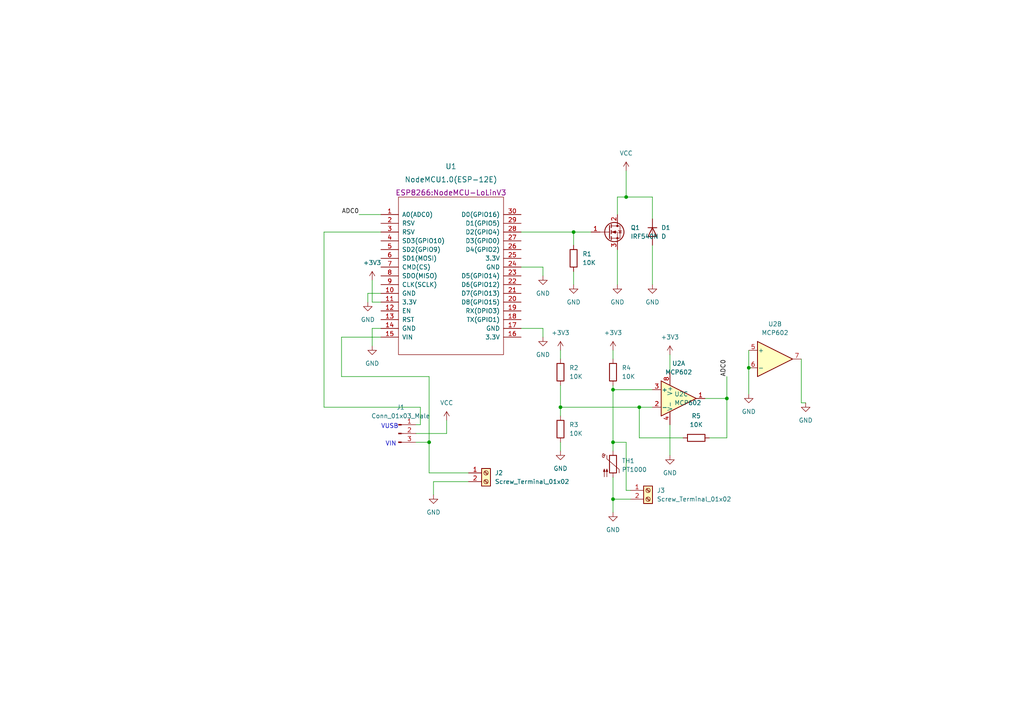
<source format=kicad_sch>
(kicad_sch (version 20211123) (generator eeschema)
  (paper "A4")
  (lib_symbols
    (symbol "Amplifier_Operational:MCP602" (pin_names (offset 0.127))
      (property "Reference" "U" (at 0 5.08 0))
      (property "Value" "MCP602" (at 0 -5.08 0))
      (symbol "MCP602_1_1"
        (polyline (pts (xy -5.08 5.08) (xy 5.08 0) (xy -5.08 -5.08) (xy -5.08 5.08)) (stroke (width 0.254)) (fill (type background)))
        (pin output line (at 7.62 0 180) (length 2.54) (name "~") (number "1"))
        (pin input line (at -7.62 -2.54 0) (length 2.54) (name "-") (number "2"))
        (pin input line (at -7.62 2.54 0) (length 2.54) (name "+") (number "3"))
      )
      (symbol "MCP602_2_1"
        (polyline (pts (xy -5.08 5.08) (xy 5.08 0) (xy -5.08 -5.08) (xy -5.08 5.08)) (stroke (width 0.254)) (fill (type background)))
        (pin input line (at -7.62 2.54 0) (length 2.54) (name "+") (number "5"))
        (pin input line (at -7.62 -2.54 0) (length 2.54) (name "-") (number "6"))
        (pin output line (at 7.62 0 180) (length 2.54) (name "~") (number "7"))
      )
      (symbol "MCP602_3_1"
        (pin power_in line (at -2.54 -7.62 90) (length 3.81) (name "V-") (number "4"))
        (pin power_in line (at -2.54 7.62 270) (length 3.81) (name "V+") (number "8"))
      )
    )
    (symbol "Connector:Conn_01x03_Male" (pin_names (offset 1.016) hide)
      (property "Reference" "J" (at 0 5.08 0))
      (property "Value" "Conn_01x03_Male" (at 0 -5.08 0))
      (symbol "Conn_01x03_Male_1_1"
        (polyline (pts (xy 1.27 -2.54) (xy 0.8636 -2.54)) (stroke (width 0.1524)))
        (polyline (pts (xy 1.27 0) (xy 0.8636 0)) (stroke (width 0.1524)))
        (polyline (pts (xy 1.27 2.54) (xy 0.8636 2.54)) (stroke (width 0.1524)))
        (rectangle (start 0.8636 -2.413) (end 0 -2.667) (stroke (width 0.1524)) (fill (type outline)))
        (rectangle (start 0.8636 0.127) (end 0 -0.127) (stroke (width 0.1524)) (fill (type outline)))
        (rectangle (start 0.8636 2.667) (end 0 2.413) (stroke (width 0.1524)) (fill (type outline)))
        (pin passive line (at 5.08 2.54 180) (length 3.81) (name "Pin_1") (number "1"))
        (pin passive line (at 5.08 0 180) (length 3.81) (name "Pin_2") (number "2"))
        (pin passive line (at 5.08 -2.54 180) (length 3.81) (name "Pin_3") (number "3"))
      )
    )
    (symbol "Connector:Screw_Terminal_01x02" (pin_names (offset 1.016) hide)
      (property "Reference" "J" (at 0 2.54 0))
      (property "Value" "Screw_Terminal_01x02" (at 0 -5.08 0))
      (symbol "Screw_Terminal_01x02_1_1"
        (rectangle (start -1.27 1.27) (end 1.27 -3.81) (stroke (width 0.254)) (fill (type background)))
        (circle (center 0 -2.54) (radius 0.635) (stroke (width 0.1524)))
        (polyline (pts (xy -0.5334 -2.2098) (xy 0.3302 -3.048)) (stroke (width 0.1524)))
        (polyline (pts (xy -0.5334 0.3302) (xy 0.3302 -0.508)) (stroke (width 0.1524)))
        (polyline (pts (xy -0.3556 -2.032) (xy 0.508 -2.8702)) (stroke (width 0.1524)))
        (polyline (pts (xy -0.3556 0.508) (xy 0.508 -0.3302)) (stroke (width 0.1524)))
        (circle (center 0 0) (radius 0.635) (stroke (width 0.1524)))
        (pin passive line (at -5.08 0 0) (length 3.81) (name "Pin_1") (number "1"))
        (pin passive line (at -5.08 -2.54 0) (length 3.81) (name "Pin_2") (number "2"))
      )
    )
    (symbol "Device:D" (pin_numbers hide) (pin_names (offset 1.016) hide)
      (property "Reference" "D" (at 0 2.54 0))
      (property "Value" "D" (at 0 -2.54 0))
      (symbol "D_0_1"
        (polyline (pts (xy -1.27 1.27) (xy -1.27 -1.27)) (stroke (width 0.254)))
        (polyline (pts (xy 1.27 0) (xy -1.27 0)))
        (polyline (pts (xy 1.27 1.27) (xy 1.27 -1.27) (xy -1.27 0) (xy 1.27 1.27)) (stroke (width 0.254)))
      )
      (symbol "D_1_1"
        (pin passive line (at -3.81 0 0) (length 2.54) (name "K") (number "1"))
        (pin passive line (at 3.81 0 180) (length 2.54) (name "A") (number "2"))
      )
    )
    (symbol "Device:R" (pin_numbers hide) (pin_names (offset 0))
      (property "Reference" "R" (at 2.032 0 90))
      (property "Value" "R" (at 0 0 90))
      (symbol "R_0_1"
        (rectangle (start -1.016 -2.54) (end 1.016 2.54) (stroke (width 0.254)))
      )
      (symbol "R_1_1"
        (pin passive line (at 0 3.81 270) (length 1.27) (name "~") (number "1"))
        (pin passive line (at 0 -3.81 90) (length 1.27) (name "~") (number "2"))
      )
    )
    (symbol "ESP8266:NodeMCU1.0(ESP-12E)" (pin_names (offset 1.016))
      (property "Reference" "U" (at 0 21.59 0))
      (property "Value" "NodeMCU1.0(ESP-12E)" (at 0 -21.59 0))
      (symbol "NodeMCU1.0(ESP-12E)_0_1"
        (rectangle (start -15.24 -22.86) (end 15.24 22.86))
      )
      (symbol "NodeMCU1.0(ESP-12E)_1_1"
        (pin input line (at -20.32 17.78 0) (length 5.08) (name "A0(ADC0)") (number "1"))
        (pin input line (at -20.32 -5.08 0) (length 5.08) (name "GND") (number "10"))
        (pin input line (at -20.32 -7.62 0) (length 5.08) (name "3.3V") (number "11"))
        (pin input line (at -20.32 -10.16 0) (length 5.08) (name "EN") (number "12"))
        (pin input line (at -20.32 -12.7 0) (length 5.08) (name "RST") (number "13"))
        (pin input line (at -20.32 -15.24 0) (length 5.08) (name "GND") (number "14"))
        (pin input line (at -20.32 -17.78 0) (length 5.08) (name "VIN") (number "15"))
        (pin input line (at 20.32 -17.78 180) (length 5.08) (name "3.3V") (number "16"))
        (pin input line (at 20.32 -15.24 180) (length 5.08) (name "GND") (number "17"))
        (pin input line (at 20.32 -12.7 180) (length 5.08) (name "TX(GPIO1)") (number "18"))
        (pin input line (at 20.32 -10.16 180) (length 5.08) (name "RX(DPIO3)") (number "19"))
        (pin input line (at -20.32 15.24 0) (length 5.08) (name "RSV") (number "2"))
        (pin input line (at 20.32 -7.62 180) (length 5.08) (name "D8(GPIO15)") (number "20"))
        (pin input line (at 20.32 -5.08 180) (length 5.08) (name "D7(GPIO13)") (number "21"))
        (pin input line (at 20.32 -2.54 180) (length 5.08) (name "D6(GPIO12)") (number "22"))
        (pin input line (at 20.32 0 180) (length 5.08) (name "D5(GPIO14)") (number "23"))
        (pin input line (at 20.32 2.54 180) (length 5.08) (name "GND") (number "24"))
        (pin input line (at 20.32 5.08 180) (length 5.08) (name "3.3V") (number "25"))
        (pin input line (at 20.32 7.62 180) (length 5.08) (name "D4(GPIO2)") (number "26"))
        (pin input line (at 20.32 10.16 180) (length 5.08) (name "D3(GPIO0)") (number "27"))
        (pin input line (at 20.32 12.7 180) (length 5.08) (name "D2(GPIO4)") (number "28"))
        (pin input line (at 20.32 15.24 180) (length 5.08) (name "D1(GPIO5)") (number "29"))
        (pin input line (at -20.32 12.7 0) (length 5.08) (name "RSV") (number "3"))
        (pin input line (at 20.32 17.78 180) (length 5.08) (name "D0(GPIO16)") (number "30"))
        (pin input line (at -20.32 10.16 0) (length 5.08) (name "SD3(GPIO10)") (number "4"))
        (pin input line (at -20.32 7.62 0) (length 5.08) (name "SD2(GPIO9)") (number "5"))
        (pin input line (at -20.32 5.08 0) (length 5.08) (name "SD1(MOSI)") (number "6"))
        (pin input line (at -20.32 2.54 0) (length 5.08) (name "CMD(CS)") (number "7"))
        (pin input line (at -20.32 0 0) (length 5.08) (name "SDO(MISO)") (number "8"))
        (pin input line (at -20.32 -2.54 0) (length 5.08) (name "CLK(SCLK)") (number "9"))
      )
    )
    (symbol "Sensor_Temperature:PT1000" (pin_numbers hide) (pin_names (offset 0))
      (property "Reference" "TH" (at -4.445 0 90))
      (property "Value" "PT1000" (at 3.175 0 90))
      (symbol "PT1000_0_1"
        (arc (start -3.048 2.159) (mid -3.0495 2.3143) (end -3.175 2.413))
        (arc (start -3.048 2.159) (mid -2.9736 1.9794) (end -2.794 1.905))
        (arc (start -3.048 2.794) (mid -2.9736 2.6144) (end -2.794 2.54))
        (arc (start -2.794 1.905) (mid -2.6144 1.9794) (end -2.54 2.159))
        (arc (start -2.794 2.54) (mid -2.4393 2.5587) (end -2.159 2.794))
        (arc (start -2.794 3.048) (mid -2.9736 2.9736) (end -3.048 2.794))
        (arc (start -2.54 2.794) (mid -2.6144 2.9736) (end -2.794 3.048))
        (rectangle (start -1.016 2.54) (end 1.016 -2.54) (stroke (width 0.254)))
        (polyline (pts (xy -2.54 2.159) (xy -2.54 2.794)))
        (polyline (pts (xy -1.778 2.54) (xy -1.778 1.524) (xy 1.778 -1.524) (xy 1.778 -2.54)))
        (polyline (pts (xy -2.54 -3.683) (xy -2.54 -1.397) (xy -2.794 -2.159) (xy -2.286 -2.159) (xy -2.54 -1.397) (xy -2.54 -1.651)) (fill (type outline)))
        (polyline (pts (xy -1.778 -3.683) (xy -1.778 -1.397) (xy -2.032 -2.159) (xy -1.524 -2.159) (xy -1.778 -1.397) (xy -1.778 -1.651)) (fill (type outline)))
      )
      (symbol "PT1000_1_1"
        (pin passive line (at 0 3.81 270) (length 1.27) (name "~") (number "1"))
        (pin passive line (at 0 -3.81 90) (length 1.27) (name "~") (number "2"))
      )
    )
    (symbol "Transistor_FET:IRF540N" (pin_names hide)
      (property "Reference" "Q" (at 6.35 1.905 0))
      (property "Value" "IRF540N" (at 6.35 0 0))
      (symbol "IRF540N_0_1"
        (polyline (pts (xy 0.254 0) (xy -2.54 0)))
        (polyline (pts (xy 0.254 1.905) (xy 0.254 -1.905)) (stroke (width 0.254)))
        (polyline (pts (xy 0.762 -1.27) (xy 0.762 -2.286)) (stroke (width 0.254)))
        (polyline (pts (xy 0.762 0.508) (xy 0.762 -0.508)) (stroke (width 0.254)))
        (polyline (pts (xy 0.762 2.286) (xy 0.762 1.27)) (stroke (width 0.254)))
        (polyline (pts (xy 2.54 2.54) (xy 2.54 1.778)))
        (polyline (pts (xy 2.54 -2.54) (xy 2.54 0) (xy 0.762 0)))
        (polyline (pts (xy 0.762 -1.778) (xy 3.302 -1.778) (xy 3.302 1.778) (xy 0.762 1.778)))
        (polyline (pts (xy 1.016 0) (xy 2.032 0.381) (xy 2.032 -0.381) (xy 1.016 0)) (fill (type outline)))
        (polyline (pts (xy 2.794 0.508) (xy 2.921 0.381) (xy 3.683 0.381) (xy 3.81 0.254)))
        (polyline (pts (xy 3.302 0.381) (xy 2.921 -0.254) (xy 3.683 -0.254) (xy 3.302 0.381)))
        (circle (center 1.651 0) (radius 2.794) (stroke (width 0.254)))
        (circle (center 2.54 -1.778) (radius 0.254) (fill (type outline)))
        (circle (center 2.54 1.778) (radius 0.254) (fill (type outline)))
      )
      (symbol "IRF540N_1_1"
        (pin input line (at -5.08 0 0) (length 2.54) (name "G") (number "1"))
        (pin passive line (at 2.54 5.08 270) (length 2.54) (name "D") (number "2"))
        (pin passive line (at 2.54 -5.08 90) (length 2.54) (name "S") (number "3"))
      )
    )
    (symbol "power:+3V3" (power) (pin_names (offset 0))
      (property "Value" "+3V3" (at 0 3.556 0))
      (symbol "+3V3_0_1"
        (polyline (pts (xy -0.762 1.27) (xy 0 2.54)))
        (polyline (pts (xy 0 0) (xy 0 2.54)))
        (polyline (pts (xy 0 2.54) (xy 0.762 1.27)))
      )
      (symbol "+3V3_1_1"
        (pin power_in line (at 0 0 90) (length 0) hide (name "+3V3") (number "1"))
      )
    )
    (symbol "power:GND" (power) (pin_names (offset 0))
      (property "Value" "GND" (at 0 -3.81 0))
      (symbol "GND_0_1"
        (polyline (pts (xy 0 0) (xy 0 -1.27) (xy 1.27 -1.27) (xy 0 -2.54) (xy -1.27 -1.27) (xy 0 -1.27)))
      )
      (symbol "GND_1_1"
        (pin power_in line (at 0 0 270) (length 0) hide (name "GND") (number "1"))
      )
    )
    (symbol "power:VCC" (power) (pin_names (offset 0))
      (property "Value" "VCC" (at 0 3.81 0))
      (symbol "VCC_0_1"
        (polyline (pts (xy -0.762 1.27) (xy 0 2.54)))
        (polyline (pts (xy 0 0) (xy 0 2.54)))
        (polyline (pts (xy 0 2.54) (xy 0.762 1.27)))
      )
      (symbol "VCC_1_1"
        (pin power_in line (at 0 0 90) (length 0) hide (name "VCC") (number "1"))
      )
    )
  )
  (junction (at 177.8 128.27))
  (junction (at 162.56 118.11))
  (junction (at 210.82 115.57))
  (junction (at 181.61 57.15))
  (junction (at 217.17 106.68))
  (junction (at 177.8 113.03))
  (junction (at 185.42 118.11))
  (junction (at 177.8 144.78))
  (junction (at 166.37 67.31))
  (junction (at 124.46 128.27))
  (wire (pts (xy 120.65 128.27) (xy 124.46 128.27)))
  (wire (pts (xy 166.37 78.74) (xy 166.37 82.55)))
  (wire (pts (xy 171.45 67.31) (xy 166.37 67.31)))
  (wire (pts (xy 177.8 111.76) (xy 177.8 113.03)))
  (wire (pts (xy 151.13 67.31) (xy 166.37 67.31)))
  (wire (pts (xy 181.61 57.15) (xy 189.23 57.15)))
  (wire (pts (xy 162.56 118.11) (xy 185.42 118.11)))
  (wire (pts (xy 177.8 144.78) (xy 182.88 144.78)))
  (wire (pts (xy 124.46 109.22) (xy 99.06 109.22)))
  (wire (pts (xy 125.73 139.7) (xy 125.73 143.51)))
  (wire (pts (xy 181.61 142.24) (xy 181.61 128.27)))
  (wire (pts (xy 185.42 118.11) (xy 189.23 118.11)))
  (wire (pts (xy 217.17 101.6) (xy 217.17 106.68)))
  (wire (pts (xy 217.17 106.68) (xy 217.17 114.3)))
  (wire (pts (xy 129.54 125.73) (xy 129.54 121.92)))
  (wire (pts (xy 177.8 144.78) (xy 177.8 148.59)))
  (wire (pts (xy 181.61 49.53) (xy 181.61 57.15)))
  (wire (pts (xy 179.07 57.15) (xy 181.61 57.15)))
  (wire (pts (xy 157.48 80.01) (xy 157.48 77.47)))
  (wire (pts (xy 106.68 85.09) (xy 110.49 85.09)))
  (wire (pts (xy 232.41 104.14) (xy 232.41 116.84)))
  (wire (pts (xy 166.37 67.31) (xy 166.37 71.12)))
  (wire (pts (xy 162.56 118.11) (xy 162.56 120.65)))
  (wire (pts (xy 210.82 115.57) (xy 210.82 127)))
  (wire (pts (xy 110.49 67.31) (xy 93.98 67.31)))
  (wire (pts (xy 177.8 138.43) (xy 177.8 144.78)))
  (wire (pts (xy 107.95 100.33) (xy 107.95 95.25)))
  (wire (pts (xy 104.14 62.23) (xy 110.49 62.23)))
  (wire (pts (xy 189.23 71.12) (xy 189.23 82.55)))
  (wire (pts (xy 124.46 128.27) (xy 124.46 109.22)))
  (wire (pts (xy 177.8 101.6) (xy 177.8 104.14)))
  (wire (pts (xy 120.65 125.73) (xy 129.54 125.73)))
  (wire (pts (xy 181.61 128.27) (xy 177.8 128.27)))
  (wire (pts (xy 93.98 118.11) (xy 121.92 118.11)))
  (wire (pts (xy 177.8 128.27) (xy 177.8 130.81)))
  (wire (pts (xy 135.89 139.7) (xy 125.73 139.7)))
  (wire (pts (xy 93.98 67.31) (xy 93.98 118.11)))
  (wire (pts (xy 121.92 123.19) (xy 120.65 123.19)))
  (wire (pts (xy 124.46 137.16) (xy 135.89 137.16)))
  (wire (pts (xy 107.95 87.63) (xy 110.49 87.63)))
  (wire (pts (xy 124.46 128.27) (xy 124.46 137.16)))
  (wire (pts (xy 198.12 127) (xy 185.42 127)))
  (wire (pts (xy 232.41 116.84) (xy 233.68 116.84)))
  (wire (pts (xy 210.82 109.22) (xy 210.82 115.57)))
  (wire (pts (xy 189.23 57.15) (xy 189.23 63.5)))
  (wire (pts (xy 185.42 127) (xy 185.42 118.11)))
  (wire (pts (xy 106.68 87.63) (xy 106.68 85.09)))
  (wire (pts (xy 177.8 113.03) (xy 189.23 113.03)))
  (wire (pts (xy 162.56 128.27) (xy 162.56 130.81)))
  (wire (pts (xy 107.95 81.28) (xy 107.95 87.63)))
  (wire (pts (xy 162.56 101.6) (xy 162.56 104.14)))
  (wire (pts (xy 179.07 62.23) (xy 179.07 57.15)))
  (wire (pts (xy 194.31 102.87) (xy 194.31 107.95)))
  (wire (pts (xy 99.06 109.22) (xy 99.06 97.79)))
  (wire (pts (xy 157.48 77.47) (xy 151.13 77.47)))
  (wire (pts (xy 99.06 97.79) (xy 110.49 97.79)))
  (wire (pts (xy 194.31 123.19) (xy 194.31 132.08)))
  (wire (pts (xy 204.47 115.57) (xy 210.82 115.57)))
  (wire (pts (xy 162.56 111.76) (xy 162.56 118.11)))
  (wire (pts (xy 107.95 95.25) (xy 110.49 95.25)))
  (wire (pts (xy 182.88 142.24) (xy 181.61 142.24)))
  (wire (pts (xy 177.8 113.03) (xy 177.8 128.27)))
  (wire (pts (xy 179.07 72.39) (xy 179.07 82.55)))
  (wire (pts (xy 210.82 127) (xy 205.74 127)))
  (wire (pts (xy 157.48 97.79) (xy 157.48 95.25)))
  (wire (pts (xy 157.48 95.25) (xy 151.13 95.25)))
  (wire (pts (xy 121.92 118.11) (xy 121.92 123.19)))
  (text "VIN" (at 111.76 129.54 0) (effects (font (size 1.27 1.27)) (justify left bottom)))
  (text "VUSB" (at 110.49 124.46 0) (effects (font (size 1.27 1.27)) (justify left bottom)))
  (label "ADC0" (at 104.14 62.23 180))
  (label "ADC0" (at 210.82 109.22 90))
  (symbol (lib_id "Device:R") (at 162.56 124.46 0) (unit 1)
    (property "Reference" "R3" (at 165.1 123.1899 0) (effects (justify left)))
    (property "Value" "10K" (at 165.1 125.7299 0) (effects (justify left)))
    (property "Footprint" "Resistor_THT:R_Axial_DIN0207_L6.3mm_D2.5mm_P7.62mm_Horizontal" (effects hide))
  )
  (symbol (lib_id "Connector:Screw_Terminal_01x02") (at 187.96 142.24 0) (unit 1)
    (property "Reference" "J3" (at 190.5 142.2399 0) (effects (justify left)))
    (property "Value" "Screw_Terminal_01x02" (at 190.5 144.7799 0) (effects (justify left)))
    (property "Footprint" "TerminalBlock_Phoenix:TerminalBlock_Phoenix_MKDS-1,5-2-5.08_1x02_P5.08mm_Horizontal" (effects hide))
  )
  (symbol (lib_id "Device:R") (at 162.56 107.95 0) (unit 1)
    (property "Reference" "R2" (at 165.1 106.6799 0) (effects (justify left)))
    (property "Value" "10K" (at 165.1 109.2199 0) (effects (justify left)))
    (property "Footprint" "Resistor_THT:R_Axial_DIN0207_L6.3mm_D2.5mm_P7.62mm_Horizontal" (effects hide))
  )
  (symbol (lib_id "power:+3V3") (at 177.8 101.6 0) (unit 1)
    (property "Reference" "#PWR0114" (effects hide))
    (property "Value" "+3V3" (at 177.8 96.52 0))
  )
  (symbol (lib_id "power:GND") (at 107.95 100.33 0) (unit 1)
    (property "Reference" "#PWR0106" (effects hide))
    (property "Value" "GND" (at 107.95 105.41 0))
  )
  (symbol (lib_id "power:+3V3") (at 107.95 81.28 0) (unit 1)
    (property "Reference" "#PWR0111" (effects hide))
    (property "Value" "+3V3" (at 107.95 76.2 0))
  )
  (symbol (lib_id "power:GND") (at 233.68 116.84 0) (unit 1)
    (property "Reference" "#PWR0118" (effects hide))
    (property "Value" "GND" (at 233.68 121.92 0))
  )
  (symbol (lib_id "power:GND") (at 194.31 132.08 0) (unit 1)
    (property "Reference" "#PWR0116" (effects hide))
    (property "Value" "GND" (at 194.31 137.16 0))
  )
  (symbol (lib_id "Sensor_Temperature:PT1000") (at 177.8 134.62 0) (unit 1)
    (property "Reference" "TH1" (at 180.34 133.6674 0) (effects (justify left)))
    (property "Value" "PT1000" (at 180.34 136.2074 0) (effects (justify left)))
    (property "Footprint" "Package_TO_SOT_THT:TO-92-2" (effects hide))
    (property "Datasheet" "https://www.heraeus.com/media/media/group/doc_group/products_1/hst/sot_to/de_15/to_92_d.pdf" (effects hide))
  )
  (symbol (lib_id "power:VCC") (at 129.54 121.92 0) (unit 1)
    (property "Reference" "#PWR0105" (effects hide))
    (property "Value" "VCC" (at 129.54 116.84 0))
  )
  (symbol (lib_id "power:GND") (at 162.56 130.81 0) (unit 1)
    (property "Reference" "#PWR0112" (effects hide))
    (property "Value" "GND" (at 162.56 135.89 0))
  )
  (symbol (lib_id "Device:R") (at 201.93 127 90) (unit 1)
    (property "Reference" "R5" (at 201.93 120.65 90))
    (property "Value" "10K" (at 201.93 123.19 90))
    (property "Footprint" "Resistor_THT:R_Axial_DIN0207_L6.3mm_D2.5mm_P7.62mm_Horizontal" (effects hide))
  )
  (symbol (lib_id "power:GND") (at 217.17 114.3 0) (unit 1)
    (property "Reference" "#PWR0119" (effects hide))
    (property "Value" "GND" (at 217.17 119.38 0))
  )
  (symbol (lib_id "Device:R") (at 177.8 107.95 0) (unit 1)
    (property "Reference" "R4" (at 180.34 106.6799 0) (effects (justify left)))
    (property "Value" "10K" (at 180.34 109.2199 0) (effects (justify left)))
    (property "Footprint" "Resistor_THT:R_Axial_DIN0207_L6.3mm_D2.5mm_P7.62mm_Horizontal" (effects hide))
  )
  (symbol (lib_id "Connector:Conn_01x03_Male") (at 115.57 125.73 0) (unit 1)
    (property "Reference" "J1" (at 116.205 118.11 0))
    (property "Value" "Conn_01x03_Male" (at 116.205 120.65 0))
    (property "Footprint" "Connector_PinHeader_2.54mm:PinHeader_1x03_P2.54mm_Vertical" (effects hide))
  )
  (symbol (lib_id "Connector:Screw_Terminal_01x02") (at 140.97 137.16 0) (unit 1)
    (property "Reference" "J2" (at 143.51 137.1599 0) (effects (justify left)))
    (property "Value" "Screw_Terminal_01x02" (at 143.51 139.6999 0) (effects (justify left)))
    (property "Footprint" "TerminalBlock_Phoenix:TerminalBlock_Phoenix_MKDS-1,5-2-5.08_1x02_P5.08mm_Horizontal" (effects hide))
  )
  (symbol (lib_id "power:GND") (at 106.68 87.63 0) (unit 1)
    (property "Reference" "#PWR0107" (effects hide))
    (property "Value" "GND" (at 106.68 92.71 0))
  )
  (symbol (lib_id "power:VCC") (at 181.61 49.53 0) (unit 1)
    (property "Reference" "#PWR0104" (effects hide))
    (property "Value" "VCC" (at 181.61 44.45 0))
  )
  (symbol (lib_id "power:GND") (at 157.48 97.79 0) (unit 1)
    (property "Reference" "#PWR0108" (effects hide))
    (property "Value" "GND" (at 157.48 102.87 0))
  )
  (symbol (lib_id "ESP8266:NodeMCU1.0(ESP-12E)") (at 130.81 80.01 0) (unit 1)
    (property "Reference" "U1" (at 130.81 48.26 0) (effects (font (size 1.524 1.524))))
    (property "Value" "NodeMCU1.0(ESP-12E)" (at 130.81 52.07 0) (effects (font (size 1.524 1.524))))
    (property "Footprint" "ESP8266:NodeMCU-LoLinV3" (at 130.81 55.88 0) (effects (font (size 1.524 1.524))))
  )
  (symbol (lib_id "power:+3V3") (at 194.31 102.87 0) (unit 1)
    (property "Reference" "#PWR0115" (effects hide))
    (property "Value" "+3V3" (at 194.31 97.79 0))
  )
  (symbol (lib_id "power:GND") (at 189.23 82.55 0) (unit 1)
    (property "Reference" "#PWR0103" (effects hide))
    (property "Value" "GND" (at 189.23 87.63 0))
  )
  (symbol (lib_id "Device:D") (at 189.23 67.31 270) (unit 1)
    (property "Reference" "D1" (at 191.77 66.0399 90) (effects (justify left)))
    (property "Value" "D" (at 191.77 68.5799 90) (effects (justify left)))
    (property "Footprint" "Diode_THT:D_DO-35_SOD27_P7.62mm_Horizontal" (effects hide))
  )
  (symbol (lib_id "power:+3V3") (at 162.56 101.6 0) (unit 1)
    (property "Reference" "#PWR0110" (effects hide))
    (property "Value" "+3V3" (at 162.56 96.52 0))
  )
  (symbol (lib_id "power:GND") (at 177.8 148.59 0) (unit 1)
    (property "Reference" "#PWR0113" (effects hide))
    (property "Value" "GND" (at 177.8 153.67 0))
  )
  (symbol (lib_id "Transistor_FET:IRF540N") (at 176.53 67.31 0) (unit 1)
    (property "Reference" "Q1" (at 182.88 66.0399 0) (effects (justify left)))
    (property "Value" "IRF540N" (at 182.88 68.5799 0) (effects (justify left)))
    (property "Footprint" "Package_TO_SOT_THT:TO-220-3_Vertical" (effects hide))
    (property "Datasheet" "http://www.irf.com/product-info/datasheets/data/irf540n.pdf" (effects hide))
  )
  (symbol (lib_id "Device:R") (at 166.37 74.93 0) (unit 1)
    (property "Reference" "R1" (at 168.91 73.6599 0) (effects (justify left)))
    (property "Value" "10K" (at 168.91 76.1999 0) (effects (justify left)))
    (property "Footprint" "Resistor_THT:R_Axial_DIN0207_L6.3mm_D2.5mm_P7.62mm_Horizontal" (effects hide))
  )
  (symbol (lib_id "Amplifier_Operational:MCP602") (at 196.85 115.57 0) (unit 1)
    (property "Reference" "U2" (at 196.85 105.41 0))
    (property "Value" "MCP602" (at 196.85 107.95 0))
    (property "Footprint" "Package_DIP:DIP-8_W7.62mm_LongPads" (effects hide))
    (property "Datasheet" "http://ww1.microchip.com/downloads/en/DeviceDoc/21314g.pdf" (effects hide))
  )
  (symbol (lib_id "Amplifier_Operational:MCP602") (at 196.85 115.57 0) (unit 3)
    (property "Reference" "U2" (at 195.58 114.2999 0) (effects (justify left)))
    (property "Value" "MCP602" (at 195.58 116.8399 0) (effects (justify left)))
    (property "Footprint" "Package_DIP:DIP-8_W7.62mm_LongPads" (effects hide))
    (property "Datasheet" "http://ww1.microchip.com/downloads/en/DeviceDoc/21314g.pdf" (effects hide))
  )
  (symbol (lib_id "power:GND") (at 157.48 80.01 0) (unit 1)
    (property "Reference" "#PWR0109" (effects hide))
    (property "Value" "GND" (at 157.48 85.09 0))
  )
  (symbol (lib_id "power:GND") (at 125.73 143.51 0) (unit 1)
    (property "Reference" "#PWR0117" (effects hide))
    (property "Value" "GND" (at 125.73 148.59 0))
  )
  (symbol (lib_id "Amplifier_Operational:MCP602") (at 224.79 104.14 0) (unit 2)
    (property "Reference" "U2" (at 224.79 93.98 0))
    (property "Value" "MCP602" (at 224.79 96.52 0))
    (property "Footprint" "Package_DIP:DIP-8_W7.62mm_LongPads" (effects hide))
    (property "Datasheet" "http://ww1.microchip.com/downloads/en/DeviceDoc/21314g.pdf" (effects hide))
  )
  (symbol (lib_id "power:GND") (at 166.37 82.55 0) (unit 1)
    (property "Reference" "#PWR0101" (effects hide))
    (property "Value" "GND" (at 166.37 87.63 0))
  )
  (symbol (lib_id "power:GND") (at 179.07 82.55 0) (unit 1)
    (property "Reference" "#PWR0102" (effects hide))
    (property "Value" "GND" (at 179.07 87.63 0))
  )
)
</source>
